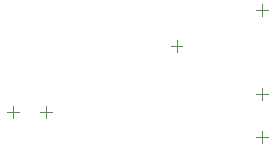
<source format=gbr>
G04*
G04 #@! TF.GenerationSoftware,Altium Limited,Altium Designer,24.8.2 (39)*
G04*
G04 Layer_Color=16711935*
%FSLAX25Y25*%
%MOIN*%
G70*
G04*
G04 #@! TF.SameCoordinates,7DA90572-2472-42F9-BF80-4CDDFEAFDCCF*
G04*
G04*
G04 #@! TF.FilePolarity,Positive*
G04*
G01*
G75*
%ADD42C,0.00394*%
%ADD45C,0.00197*%
D42*
X384000Y356532D02*
Y360469D01*
X382031Y358500D02*
X385968D01*
X353532Y374500D02*
X357469D01*
X355500Y372532D02*
Y376468D01*
X384000Y384531D02*
Y388469D01*
X382031Y386500D02*
X385968D01*
X299031Y352500D02*
X302969D01*
X301000Y350532D02*
Y354468D01*
D45*
X384000Y342032D02*
Y345969D01*
X382031Y344000D02*
X385968D01*
X310032Y352500D02*
X313968D01*
X312000Y350532D02*
Y354468D01*
M02*

</source>
